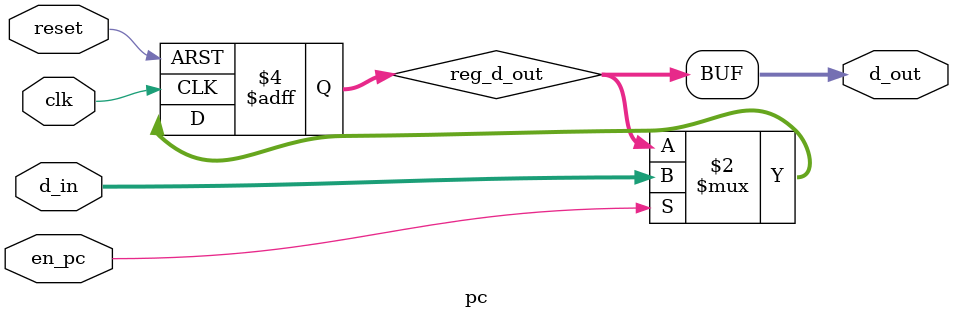
<source format=v>
module pc (
    input wire  [7:0] d_in,
    input wire  clk,
    input wire  en_pc,
    input wire  reset,
    output wire [7:0] d_out
);

    reg [7:0] reg_d_out;
    assign d_out = reg_d_out;
    always @(posedge clk or posedge reset) 
    begin
        if (reset) 
        begin
            reg_d_out <= 8'b0;
        end 
        else if (en_pc) 
        begin
            reg_d_out <= d_in;
        end
    end
endmodule

</source>
